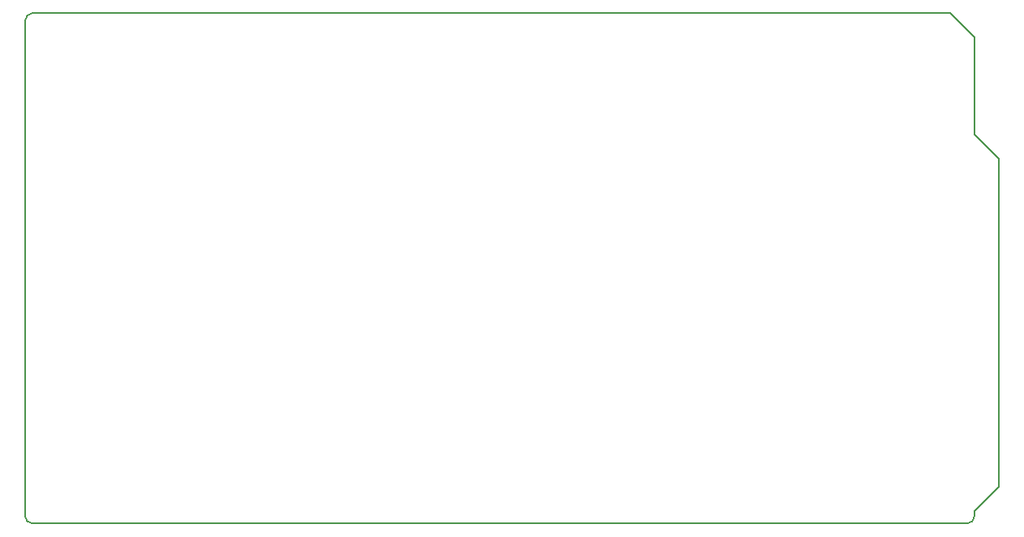
<source format=gbr>
%TF.GenerationSoftware,KiCad,Pcbnew,(6.0.7)*%
%TF.CreationDate,2023-03-01T01:07:27+09:00*%
%TF.ProjectId,PCB_Main,5043425f-4d61-4696-9e2e-6b696361645f,rev?*%
%TF.SameCoordinates,Original*%
%TF.FileFunction,Profile,NP*%
%FSLAX46Y46*%
G04 Gerber Fmt 4.6, Leading zero omitted, Abs format (unit mm)*
G04 Created by KiCad (PCBNEW (6.0.7)) date 2023-03-01 01:07:27*
%MOMM*%
%LPD*%
G01*
G04 APERTURE LIST*
%TA.AperFunction,Profile*%
%ADD10C,0.150000*%
%TD*%
G04 APERTURE END LIST*
D10*
X199060000Y-59360000D02*
X201600000Y-61900000D01*
X100000000Y-99238000D02*
X100000000Y-47422000D01*
X201600000Y-61900000D02*
X201600000Y-96190000D01*
X198298000Y-100000000D02*
X100762000Y-100000000D01*
X100762000Y-46660000D02*
X196520000Y-46660000D01*
X100000000Y-99238000D02*
G75*
G03*
X100762000Y-100000000I762000J0D01*
G01*
X201600000Y-96190000D02*
X199060000Y-98730000D01*
X196520000Y-46660000D02*
X199060000Y-49200000D01*
X198298000Y-100000000D02*
G75*
G03*
X199060000Y-99238000I0J762000D01*
G01*
X199060000Y-49200000D02*
X199060000Y-59360000D01*
X199060000Y-98730000D02*
X199060000Y-99238000D01*
X100762000Y-46660000D02*
G75*
G03*
X100000000Y-47422000I0J-762000D01*
G01*
M02*

</source>
